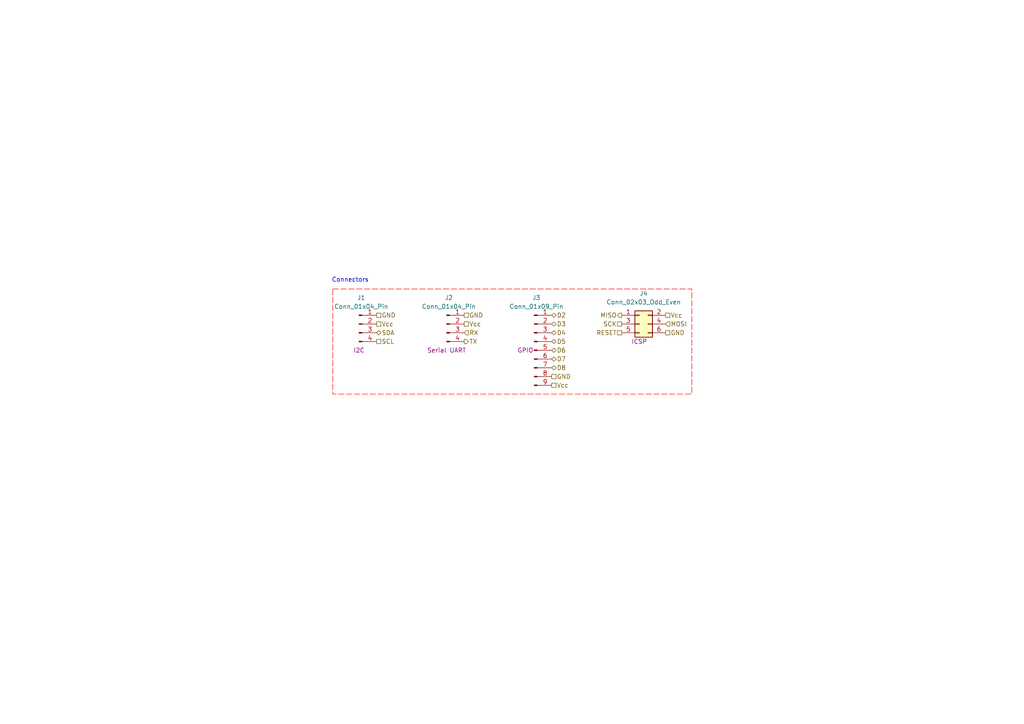
<source format=kicad_sch>
(kicad_sch
	(version 20250114)
	(generator "eeschema")
	(generator_version "9.0")
	(uuid "04cb178f-2fdb-4b2b-b5d6-e9fe41649eda")
	(paper "A4")
	(lib_symbols
		(symbol "Connector:Conn_01x04_Pin"
			(pin_names
				(offset 1.016)
				(hide yes)
			)
			(exclude_from_sim no)
			(in_bom yes)
			(on_board yes)
			(property "Reference" "J"
				(at 0 5.08 0)
				(effects
					(font
						(size 1.27 1.27)
					)
				)
			)
			(property "Value" "Conn_01x04_Pin"
				(at 0 -7.62 0)
				(effects
					(font
						(size 1.27 1.27)
					)
				)
			)
			(property "Footprint" ""
				(at 0 0 0)
				(effects
					(font
						(size 1.27 1.27)
					)
					(hide yes)
				)
			)
			(property "Datasheet" "~"
				(at 0 0 0)
				(effects
					(font
						(size 1.27 1.27)
					)
					(hide yes)
				)
			)
			(property "Description" "Generic connector, single row, 01x04, script generated"
				(at 0 0 0)
				(effects
					(font
						(size 1.27 1.27)
					)
					(hide yes)
				)
			)
			(property "ki_locked" ""
				(at 0 0 0)
				(effects
					(font
						(size 1.27 1.27)
					)
				)
			)
			(property "ki_keywords" "connector"
				(at 0 0 0)
				(effects
					(font
						(size 1.27 1.27)
					)
					(hide yes)
				)
			)
			(property "ki_fp_filters" "Connector*:*_1x??_*"
				(at 0 0 0)
				(effects
					(font
						(size 1.27 1.27)
					)
					(hide yes)
				)
			)
			(symbol "Conn_01x04_Pin_1_1"
				(rectangle
					(start 0.8636 2.667)
					(end 0 2.413)
					(stroke
						(width 0.1524)
						(type default)
					)
					(fill
						(type outline)
					)
				)
				(rectangle
					(start 0.8636 0.127)
					(end 0 -0.127)
					(stroke
						(width 0.1524)
						(type default)
					)
					(fill
						(type outline)
					)
				)
				(rectangle
					(start 0.8636 -2.413)
					(end 0 -2.667)
					(stroke
						(width 0.1524)
						(type default)
					)
					(fill
						(type outline)
					)
				)
				(rectangle
					(start 0.8636 -4.953)
					(end 0 -5.207)
					(stroke
						(width 0.1524)
						(type default)
					)
					(fill
						(type outline)
					)
				)
				(polyline
					(pts
						(xy 1.27 2.54) (xy 0.8636 2.54)
					)
					(stroke
						(width 0.1524)
						(type default)
					)
					(fill
						(type none)
					)
				)
				(polyline
					(pts
						(xy 1.27 0) (xy 0.8636 0)
					)
					(stroke
						(width 0.1524)
						(type default)
					)
					(fill
						(type none)
					)
				)
				(polyline
					(pts
						(xy 1.27 -2.54) (xy 0.8636 -2.54)
					)
					(stroke
						(width 0.1524)
						(type default)
					)
					(fill
						(type none)
					)
				)
				(polyline
					(pts
						(xy 1.27 -5.08) (xy 0.8636 -5.08)
					)
					(stroke
						(width 0.1524)
						(type default)
					)
					(fill
						(type none)
					)
				)
				(pin passive line
					(at 5.08 2.54 180)
					(length 3.81)
					(name "Pin_1"
						(effects
							(font
								(size 1.27 1.27)
							)
						)
					)
					(number "1"
						(effects
							(font
								(size 1.27 1.27)
							)
						)
					)
				)
				(pin passive line
					(at 5.08 0 180)
					(length 3.81)
					(name "Pin_2"
						(effects
							(font
								(size 1.27 1.27)
							)
						)
					)
					(number "2"
						(effects
							(font
								(size 1.27 1.27)
							)
						)
					)
				)
				(pin passive line
					(at 5.08 -2.54 180)
					(length 3.81)
					(name "Pin_3"
						(effects
							(font
								(size 1.27 1.27)
							)
						)
					)
					(number "3"
						(effects
							(font
								(size 1.27 1.27)
							)
						)
					)
				)
				(pin passive line
					(at 5.08 -5.08 180)
					(length 3.81)
					(name "Pin_4"
						(effects
							(font
								(size 1.27 1.27)
							)
						)
					)
					(number "4"
						(effects
							(font
								(size 1.27 1.27)
							)
						)
					)
				)
			)
			(embedded_fonts no)
		)
		(symbol "Connector:Conn_01x09_Pin"
			(pin_names
				(offset 1.016)
				(hide yes)
			)
			(exclude_from_sim no)
			(in_bom yes)
			(on_board yes)
			(property "Reference" "J"
				(at 0 12.7 0)
				(effects
					(font
						(size 1.27 1.27)
					)
				)
			)
			(property "Value" "Conn_01x09_Pin"
				(at 0 -12.7 0)
				(effects
					(font
						(size 1.27 1.27)
					)
				)
			)
			(property "Footprint" ""
				(at 0 0 0)
				(effects
					(font
						(size 1.27 1.27)
					)
					(hide yes)
				)
			)
			(property "Datasheet" "~"
				(at 0 0 0)
				(effects
					(font
						(size 1.27 1.27)
					)
					(hide yes)
				)
			)
			(property "Description" "Generic connector, single row, 01x09, script generated"
				(at 0 0 0)
				(effects
					(font
						(size 1.27 1.27)
					)
					(hide yes)
				)
			)
			(property "ki_locked" ""
				(at 0 0 0)
				(effects
					(font
						(size 1.27 1.27)
					)
				)
			)
			(property "ki_keywords" "connector"
				(at 0 0 0)
				(effects
					(font
						(size 1.27 1.27)
					)
					(hide yes)
				)
			)
			(property "ki_fp_filters" "Connector*:*_1x??_*"
				(at 0 0 0)
				(effects
					(font
						(size 1.27 1.27)
					)
					(hide yes)
				)
			)
			(symbol "Conn_01x09_Pin_1_1"
				(rectangle
					(start 0.8636 10.287)
					(end 0 10.033)
					(stroke
						(width 0.1524)
						(type default)
					)
					(fill
						(type outline)
					)
				)
				(rectangle
					(start 0.8636 7.747)
					(end 0 7.493)
					(stroke
						(width 0.1524)
						(type default)
					)
					(fill
						(type outline)
					)
				)
				(rectangle
					(start 0.8636 5.207)
					(end 0 4.953)
					(stroke
						(width 0.1524)
						(type default)
					)
					(fill
						(type outline)
					)
				)
				(rectangle
					(start 0.8636 2.667)
					(end 0 2.413)
					(stroke
						(width 0.1524)
						(type default)
					)
					(fill
						(type outline)
					)
				)
				(rectangle
					(start 0.8636 0.127)
					(end 0 -0.127)
					(stroke
						(width 0.1524)
						(type default)
					)
					(fill
						(type outline)
					)
				)
				(rectangle
					(start 0.8636 -2.413)
					(end 0 -2.667)
					(stroke
						(width 0.1524)
						(type default)
					)
					(fill
						(type outline)
					)
				)
				(rectangle
					(start 0.8636 -4.953)
					(end 0 -5.207)
					(stroke
						(width 0.1524)
						(type default)
					)
					(fill
						(type outline)
					)
				)
				(rectangle
					(start 0.8636 -7.493)
					(end 0 -7.747)
					(stroke
						(width 0.1524)
						(type default)
					)
					(fill
						(type outline)
					)
				)
				(rectangle
					(start 0.8636 -10.033)
					(end 0 -10.287)
					(stroke
						(width 0.1524)
						(type default)
					)
					(fill
						(type outline)
					)
				)
				(polyline
					(pts
						(xy 1.27 10.16) (xy 0.8636 10.16)
					)
					(stroke
						(width 0.1524)
						(type default)
					)
					(fill
						(type none)
					)
				)
				(polyline
					(pts
						(xy 1.27 7.62) (xy 0.8636 7.62)
					)
					(stroke
						(width 0.1524)
						(type default)
					)
					(fill
						(type none)
					)
				)
				(polyline
					(pts
						(xy 1.27 5.08) (xy 0.8636 5.08)
					)
					(stroke
						(width 0.1524)
						(type default)
					)
					(fill
						(type none)
					)
				)
				(polyline
					(pts
						(xy 1.27 2.54) (xy 0.8636 2.54)
					)
					(stroke
						(width 0.1524)
						(type default)
					)
					(fill
						(type none)
					)
				)
				(polyline
					(pts
						(xy 1.27 0) (xy 0.8636 0)
					)
					(stroke
						(width 0.1524)
						(type default)
					)
					(fill
						(type none)
					)
				)
				(polyline
					(pts
						(xy 1.27 -2.54) (xy 0.8636 -2.54)
					)
					(stroke
						(width 0.1524)
						(type default)
					)
					(fill
						(type none)
					)
				)
				(polyline
					(pts
						(xy 1.27 -5.08) (xy 0.8636 -5.08)
					)
					(stroke
						(width 0.1524)
						(type default)
					)
					(fill
						(type none)
					)
				)
				(polyline
					(pts
						(xy 1.27 -7.62) (xy 0.8636 -7.62)
					)
					(stroke
						(width 0.1524)
						(type default)
					)
					(fill
						(type none)
					)
				)
				(polyline
					(pts
						(xy 1.27 -10.16) (xy 0.8636 -10.16)
					)
					(stroke
						(width 0.1524)
						(type default)
					)
					(fill
						(type none)
					)
				)
				(pin passive line
					(at 5.08 10.16 180)
					(length 3.81)
					(name "Pin_1"
						(effects
							(font
								(size 1.27 1.27)
							)
						)
					)
					(number "1"
						(effects
							(font
								(size 1.27 1.27)
							)
						)
					)
				)
				(pin passive line
					(at 5.08 7.62 180)
					(length 3.81)
					(name "Pin_2"
						(effects
							(font
								(size 1.27 1.27)
							)
						)
					)
					(number "2"
						(effects
							(font
								(size 1.27 1.27)
							)
						)
					)
				)
				(pin passive line
					(at 5.08 5.08 180)
					(length 3.81)
					(name "Pin_3"
						(effects
							(font
								(size 1.27 1.27)
							)
						)
					)
					(number "3"
						(effects
							(font
								(size 1.27 1.27)
							)
						)
					)
				)
				(pin passive line
					(at 5.08 2.54 180)
					(length 3.81)
					(name "Pin_4"
						(effects
							(font
								(size 1.27 1.27)
							)
						)
					)
					(number "4"
						(effects
							(font
								(size 1.27 1.27)
							)
						)
					)
				)
				(pin passive line
					(at 5.08 0 180)
					(length 3.81)
					(name "Pin_5"
						(effects
							(font
								(size 1.27 1.27)
							)
						)
					)
					(number "5"
						(effects
							(font
								(size 1.27 1.27)
							)
						)
					)
				)
				(pin passive line
					(at 5.08 -2.54 180)
					(length 3.81)
					(name "Pin_6"
						(effects
							(font
								(size 1.27 1.27)
							)
						)
					)
					(number "6"
						(effects
							(font
								(size 1.27 1.27)
							)
						)
					)
				)
				(pin passive line
					(at 5.08 -5.08 180)
					(length 3.81)
					(name "Pin_7"
						(effects
							(font
								(size 1.27 1.27)
							)
						)
					)
					(number "7"
						(effects
							(font
								(size 1.27 1.27)
							)
						)
					)
				)
				(pin passive line
					(at 5.08 -7.62 180)
					(length 3.81)
					(name "Pin_8"
						(effects
							(font
								(size 1.27 1.27)
							)
						)
					)
					(number "8"
						(effects
							(font
								(size 1.27 1.27)
							)
						)
					)
				)
				(pin passive line
					(at 5.08 -10.16 180)
					(length 3.81)
					(name "Pin_9"
						(effects
							(font
								(size 1.27 1.27)
							)
						)
					)
					(number "9"
						(effects
							(font
								(size 1.27 1.27)
							)
						)
					)
				)
			)
			(embedded_fonts no)
		)
		(symbol "Connector_Generic:Conn_02x03_Odd_Even"
			(pin_names
				(offset 1.016)
				(hide yes)
			)
			(exclude_from_sim no)
			(in_bom yes)
			(on_board yes)
			(property "Reference" "J"
				(at 1.27 5.08 0)
				(effects
					(font
						(size 1.27 1.27)
					)
				)
			)
			(property "Value" "Conn_02x03_Odd_Even"
				(at 1.27 -5.08 0)
				(effects
					(font
						(size 1.27 1.27)
					)
				)
			)
			(property "Footprint" ""
				(at 0 0 0)
				(effects
					(font
						(size 1.27 1.27)
					)
					(hide yes)
				)
			)
			(property "Datasheet" "~"
				(at 0 0 0)
				(effects
					(font
						(size 1.27 1.27)
					)
					(hide yes)
				)
			)
			(property "Description" "Generic connector, double row, 02x03, odd/even pin numbering scheme (row 1 odd numbers, row 2 even numbers), script generated (kicad-library-utils/schlib/autogen/connector/)"
				(at 0 0 0)
				(effects
					(font
						(size 1.27 1.27)
					)
					(hide yes)
				)
			)
			(property "ki_keywords" "connector"
				(at 0 0 0)
				(effects
					(font
						(size 1.27 1.27)
					)
					(hide yes)
				)
			)
			(property "ki_fp_filters" "Connector*:*_2x??_*"
				(at 0 0 0)
				(effects
					(font
						(size 1.27 1.27)
					)
					(hide yes)
				)
			)
			(symbol "Conn_02x03_Odd_Even_1_1"
				(rectangle
					(start -1.27 3.81)
					(end 3.81 -3.81)
					(stroke
						(width 0.254)
						(type default)
					)
					(fill
						(type background)
					)
				)
				(rectangle
					(start -1.27 2.667)
					(end 0 2.413)
					(stroke
						(width 0.1524)
						(type default)
					)
					(fill
						(type none)
					)
				)
				(rectangle
					(start -1.27 0.127)
					(end 0 -0.127)
					(stroke
						(width 0.1524)
						(type default)
					)
					(fill
						(type none)
					)
				)
				(rectangle
					(start -1.27 -2.413)
					(end 0 -2.667)
					(stroke
						(width 0.1524)
						(type default)
					)
					(fill
						(type none)
					)
				)
				(rectangle
					(start 3.81 2.667)
					(end 2.54 2.413)
					(stroke
						(width 0.1524)
						(type default)
					)
					(fill
						(type none)
					)
				)
				(rectangle
					(start 3.81 0.127)
					(end 2.54 -0.127)
					(stroke
						(width 0.1524)
						(type default)
					)
					(fill
						(type none)
					)
				)
				(rectangle
					(start 3.81 -2.413)
					(end 2.54 -2.667)
					(stroke
						(width 0.1524)
						(type default)
					)
					(fill
						(type none)
					)
				)
				(pin passive line
					(at -5.08 2.54 0)
					(length 3.81)
					(name "Pin_1"
						(effects
							(font
								(size 1.27 1.27)
							)
						)
					)
					(number "1"
						(effects
							(font
								(size 1.27 1.27)
							)
						)
					)
				)
				(pin passive line
					(at -5.08 0 0)
					(length 3.81)
					(name "Pin_3"
						(effects
							(font
								(size 1.27 1.27)
							)
						)
					)
					(number "3"
						(effects
							(font
								(size 1.27 1.27)
							)
						)
					)
				)
				(pin passive line
					(at -5.08 -2.54 0)
					(length 3.81)
					(name "Pin_5"
						(effects
							(font
								(size 1.27 1.27)
							)
						)
					)
					(number "5"
						(effects
							(font
								(size 1.27 1.27)
							)
						)
					)
				)
				(pin passive line
					(at 7.62 2.54 180)
					(length 3.81)
					(name "Pin_2"
						(effects
							(font
								(size 1.27 1.27)
							)
						)
					)
					(number "2"
						(effects
							(font
								(size 1.27 1.27)
							)
						)
					)
				)
				(pin passive line
					(at 7.62 0 180)
					(length 3.81)
					(name "Pin_4"
						(effects
							(font
								(size 1.27 1.27)
							)
						)
					)
					(number "4"
						(effects
							(font
								(size 1.27 1.27)
							)
						)
					)
				)
				(pin passive line
					(at 7.62 -2.54 180)
					(length 3.81)
					(name "Pin_6"
						(effects
							(font
								(size 1.27 1.27)
							)
						)
					)
					(number "6"
						(effects
							(font
								(size 1.27 1.27)
							)
						)
					)
				)
			)
			(embedded_fonts no)
		)
	)
	(text "Connectors"
		(exclude_from_sim no)
		(at 101.6 81.28 0)
		(effects
			(font
				(size 1.27 1.27)
			)
		)
		(uuid "dda19148-d84a-468a-9b94-5251824dfe44")
	)
	(hierarchical_label "RX"
		(shape input)
		(at 134.62 96.52 0)
		(effects
			(font
				(size 1.27 1.27)
			)
			(justify left)
		)
		(uuid "0ba72f72-5255-42ec-9f72-d4655f834dc9")
	)
	(hierarchical_label "D7"
		(shape bidirectional)
		(at 160.02 104.14 0)
		(effects
			(font
				(size 1.27 1.27)
			)
			(justify left)
		)
		(uuid "1584eab6-a79b-46ea-8f50-b909f3b0ae7d")
	)
	(hierarchical_label "D2"
		(shape bidirectional)
		(at 160.02 91.44 0)
		(effects
			(font
				(size 1.27 1.27)
			)
			(justify left)
		)
		(uuid "17d30005-46c8-461c-b8a8-5bbbc9777399")
	)
	(hierarchical_label "RESET"
		(shape passive)
		(at 180.34 96.52 180)
		(effects
			(font
				(size 1.27 1.27)
			)
			(justify right)
		)
		(uuid "1a642ce9-aab0-47d8-b78f-07fe4dd01439")
	)
	(hierarchical_label "Vcc"
		(shape passive)
		(at 134.62 93.98 0)
		(effects
			(font
				(size 1.27 1.27)
			)
			(justify left)
		)
		(uuid "1c8aa2c1-cc67-44a1-a3ac-4b81fe15e540")
	)
	(hierarchical_label "Vcc"
		(shape passive)
		(at 193.04 91.44 0)
		(effects
			(font
				(size 1.27 1.27)
			)
			(justify left)
		)
		(uuid "1d7aa858-86fc-44c4-bf00-d6dc2973b7aa")
	)
	(hierarchical_label "MOSI"
		(shape input)
		(at 193.04 93.98 0)
		(effects
			(font
				(size 1.27 1.27)
			)
			(justify left)
		)
		(uuid "340ca9ef-66d3-4f65-9539-71b04a8c3909")
	)
	(hierarchical_label "D5"
		(shape bidirectional)
		(at 160.02 99.06 0)
		(effects
			(font
				(size 1.27 1.27)
			)
			(justify left)
		)
		(uuid "4414b3ab-1880-4679-ae5e-854dc24d6b13")
	)
	(hierarchical_label "GND"
		(shape passive)
		(at 134.62 91.44 0)
		(effects
			(font
				(size 1.27 1.27)
			)
			(justify left)
		)
		(uuid "4c45f501-a4ec-471c-b1c5-126ef9419291")
	)
	(hierarchical_label "TX"
		(shape output)
		(at 134.62 99.06 0)
		(effects
			(font
				(size 1.27 1.27)
			)
			(justify left)
		)
		(uuid "53568f2e-7873-4045-98ad-d2a1efa4a50b")
	)
	(hierarchical_label "D4"
		(shape bidirectional)
		(at 160.02 96.52 0)
		(effects
			(font
				(size 1.27 1.27)
			)
			(justify left)
		)
		(uuid "56fb65c7-b84c-417d-9669-50126f01e417")
	)
	(hierarchical_label "MISO"
		(shape output)
		(at 180.34 91.44 180)
		(effects
			(font
				(size 1.27 1.27)
			)
			(justify right)
		)
		(uuid "5ffb27b5-ad7b-418b-b540-acf75e19e58c")
	)
	(hierarchical_label "Vcc"
		(shape passive)
		(at 109.22 93.98 0)
		(effects
			(font
				(size 1.27 1.27)
			)
			(justify left)
		)
		(uuid "68084ffd-d67e-4463-9a93-5c5f0b139d28")
	)
	(hierarchical_label "D8"
		(shape bidirectional)
		(at 160.02 106.68 0)
		(effects
			(font
				(size 1.27 1.27)
			)
			(justify left)
		)
		(uuid "8c6a338f-294b-4836-8f05-c124f626bf8d")
	)
	(hierarchical_label "GND"
		(shape passive)
		(at 193.04 96.52 0)
		(effects
			(font
				(size 1.27 1.27)
			)
			(justify left)
		)
		(uuid "95e5fcb5-fea8-42fc-838d-b190103a39bd")
	)
	(hierarchical_label "GND"
		(shape passive)
		(at 109.22 91.44 0)
		(effects
			(font
				(size 1.27 1.27)
			)
			(justify left)
		)
		(uuid "b0500a87-71f1-4a27-8e70-772eb878f199")
	)
	(hierarchical_label "SCK"
		(shape passive)
		(at 180.34 93.98 180)
		(effects
			(font
				(size 1.27 1.27)
			)
			(justify right)
		)
		(uuid "bd382393-eb91-4fa0-8347-b9dc85eb8765")
	)
	(hierarchical_label "SCL"
		(shape passive)
		(at 109.22 99.06 0)
		(effects
			(font
				(size 1.27 1.27)
			)
			(justify left)
		)
		(uuid "c0cea2e2-61b9-44de-bc8f-e03fb14b9678")
	)
	(hierarchical_label "GND"
		(shape passive)
		(at 160.02 109.22 0)
		(effects
			(font
				(size 1.27 1.27)
			)
			(justify left)
		)
		(uuid "c3997b72-6383-4fa0-9742-cf51ec91f1fc")
	)
	(hierarchical_label "D6"
		(shape bidirectional)
		(at 160.02 101.6 0)
		(effects
			(font
				(size 1.27 1.27)
			)
			(justify left)
		)
		(uuid "c8eb2346-1bb2-4aae-9f58-06567b7582db")
	)
	(hierarchical_label "Vcc"
		(shape passive)
		(at 160.02 111.76 0)
		(effects
			(font
				(size 1.27 1.27)
			)
			(justify left)
		)
		(uuid "d73fb35e-d105-4a3c-b97a-15c5af43127f")
	)
	(hierarchical_label "SDA"
		(shape bidirectional)
		(at 109.22 96.52 0)
		(effects
			(font
				(size 1.27 1.27)
			)
			(justify left)
		)
		(uuid "d8eb62dd-3b92-443a-816c-7b3c0c3db4de")
	)
	(hierarchical_label "D3"
		(shape bidirectional)
		(at 160.02 93.98 0)
		(effects
			(font
				(size 1.27 1.27)
			)
			(justify left)
		)
		(uuid "ffcbd3c7-2d05-4b43-81c0-7b338dfe04ef")
	)
	(rule_area
		(polyline
			(pts
				(xy 96.52 83.82) (xy 200.66 83.82) (xy 200.66 114.3) (xy 96.52 114.3)
			)
			(stroke
				(width 0)
				(type dash)
			)
			(fill
				(type none)
			)
			(uuid dbb9bf2a-2e1f-419c-9604-a49423b27daf)
		)
	)
	(symbol
		(lib_id "Connector:Conn_01x09_Pin")
		(at 154.94 101.6 0)
		(unit 1)
		(exclude_from_sim no)
		(in_bom yes)
		(on_board yes)
		(dnp no)
		(uuid "3a53d705-84a2-44f0-ba1b-bd2cafd40805")
		(property "Reference" "J3"
			(at 155.575 86.36 0)
			(effects
				(font
					(size 1.27 1.27)
				)
			)
		)
		(property "Value" "Conn_01x09_Pin"
			(at 155.575 88.9 0)
			(effects
				(font
					(size 1.27 1.27)
				)
			)
		)
		(property "Footprint" "Connector_PinHeader_2.54mm:PinHeader_1x09_P2.54mm_Vertical"
			(at 154.94 101.6 0)
			(effects
				(font
					(size 1.27 1.27)
				)
				(hide yes)
			)
		)
		(property "Datasheet" "~"
			(at 154.94 101.6 0)
			(effects
				(font
					(size 1.27 1.27)
				)
				(hide yes)
			)
		)
		(property "Description" "Generic connector, single row, 01x09, script generated"
			(at 154.94 101.6 0)
			(effects
				(font
					(size 1.27 1.27)
				)
				(hide yes)
			)
		)
		(property "Purpose" "GPIO"
			(at 152.4 101.6 0)
			(effects
				(font
					(size 1.27 1.27)
				)
			)
		)
		(pin "1"
			(uuid "6c30c63d-c15c-4b4c-b18e-95ba14e34266")
		)
		(pin "2"
			(uuid "84bf6172-80f0-4b1a-9291-50c226a2e9f5")
		)
		(pin "9"
			(uuid "e75572e3-6e63-486a-889d-44c3d2b0a0ea")
		)
		(pin "4"
			(uuid "80ba433d-2b0b-41f0-bf06-4f65faf08f13")
		)
		(pin "6"
			(uuid "c37e0001-9ff6-4d10-bafe-7cbf782e38b9")
		)
		(pin "7"
			(uuid "964d1959-c86a-4f51-bb0e-a64cb68f8bb7")
		)
		(pin "8"
			(uuid "dcf66057-3594-45b0-8919-ddd87e3fbbb9")
		)
		(pin "3"
			(uuid "66444852-f6fb-40fc-b245-b5dbc881c13c")
		)
		(pin "5"
			(uuid "5c9aff49-8e8b-4b6c-8a4a-bb4e70a46d1b")
		)
		(instances
			(project "MCU Datalogger"
				(path "/19a27ba3-b273-42f4-b520-5672b9fc4c35/931e89ce-8fce-44d2-8962-15c8f6c206ef"
					(reference "J3")
					(unit 1)
				)
			)
		)
	)
	(symbol
		(lib_id "Connector:Conn_01x04_Pin")
		(at 104.14 93.98 0)
		(unit 1)
		(exclude_from_sim no)
		(in_bom yes)
		(on_board yes)
		(dnp no)
		(uuid "3c91fcce-9a11-4545-8c2f-1970f40b595c")
		(property "Reference" "J1"
			(at 104.775 86.36 0)
			(effects
				(font
					(size 1.27 1.27)
				)
			)
		)
		(property "Value" "Conn_01x04_Pin"
			(at 104.775 88.9 0)
			(effects
				(font
					(size 1.27 1.27)
				)
			)
		)
		(property "Footprint" "Connector_PinHeader_2.54mm:PinHeader_1x04_P2.54mm_Vertical"
			(at 104.14 93.98 0)
			(effects
				(font
					(size 1.27 1.27)
				)
				(hide yes)
			)
		)
		(property "Datasheet" "~"
			(at 104.14 93.98 0)
			(effects
				(font
					(size 1.27 1.27)
				)
				(hide yes)
			)
		)
		(property "Description" "Generic connector, single row, 01x04, script generated"
			(at 104.14 93.98 0)
			(effects
				(font
					(size 1.27 1.27)
				)
				(hide yes)
			)
		)
		(property "Purpose" "I2C"
			(at 104.14 101.6 0)
			(effects
				(font
					(size 1.27 1.27)
				)
			)
		)
		(pin "3"
			(uuid "aa57a4cf-9777-49e4-b448-ebf637d622f9")
		)
		(pin "2"
			(uuid "724e54f2-5b14-4322-9fe4-30c377f44a18")
		)
		(pin "4"
			(uuid "727789e3-2d3d-4bfa-9e17-c2cc85b28b34")
		)
		(pin "1"
			(uuid "ddbcb8b3-efb5-4783-bd4f-6b43fe92bdc7")
		)
		(instances
			(project "MCU Datalogger"
				(path "/19a27ba3-b273-42f4-b520-5672b9fc4c35/931e89ce-8fce-44d2-8962-15c8f6c206ef"
					(reference "J1")
					(unit 1)
				)
			)
		)
	)
	(symbol
		(lib_id "Connector:Conn_01x04_Pin")
		(at 129.54 93.98 0)
		(unit 1)
		(exclude_from_sim no)
		(in_bom yes)
		(on_board yes)
		(dnp no)
		(uuid "aafaffcf-0d06-4b62-8e28-4b8deb029a8e")
		(property "Reference" "J2"
			(at 130.175 86.36 0)
			(effects
				(font
					(size 1.27 1.27)
				)
			)
		)
		(property "Value" "Conn_01x04_Pin"
			(at 130.175 88.9 0)
			(effects
				(font
					(size 1.27 1.27)
				)
			)
		)
		(property "Footprint" "Connector_PinHeader_2.54mm:PinHeader_1x04_P2.54mm_Vertical"
			(at 129.54 93.98 0)
			(effects
				(font
					(size 1.27 1.27)
				)
				(hide yes)
			)
		)
		(property "Datasheet" "~"
			(at 129.54 93.98 0)
			(effects
				(font
					(size 1.27 1.27)
				)
				(hide yes)
			)
		)
		(property "Description" "Generic connector, single row, 01x04, script generated"
			(at 129.54 93.98 0)
			(effects
				(font
					(size 1.27 1.27)
				)
				(hide yes)
			)
		)
		(property "Purpose" "Serial UART"
			(at 129.54 101.6 0)
			(effects
				(font
					(size 1.27 1.27)
				)
			)
		)
		(pin "4"
			(uuid "127fa04f-4248-45da-b406-858a3d2c83a9")
		)
		(pin "1"
			(uuid "8d4e74bb-76e9-47c7-986c-3d4bb4b8cea0")
		)
		(pin "3"
			(uuid "87c7b5f6-ac0f-4526-929a-76da5ce707f9")
		)
		(pin "2"
			(uuid "6ccf058b-d480-4e7a-8c24-1524c7a19fb3")
		)
		(instances
			(project "MCU Datalogger"
				(path "/19a27ba3-b273-42f4-b520-5672b9fc4c35/931e89ce-8fce-44d2-8962-15c8f6c206ef"
					(reference "J2")
					(unit 1)
				)
			)
		)
	)
	(symbol
		(lib_id "Connector_Generic:Conn_02x03_Odd_Even")
		(at 185.42 93.98 0)
		(unit 1)
		(exclude_from_sim no)
		(in_bom yes)
		(on_board yes)
		(dnp no)
		(uuid "f45d6222-1cdb-40c8-a0bf-c59f02ed622e")
		(property "Reference" "J4"
			(at 186.69 85.09 0)
			(effects
				(font
					(size 1.27 1.27)
				)
			)
		)
		(property "Value" "Conn_02x03_Odd_Even"
			(at 186.69 87.63 0)
			(effects
				(font
					(size 1.27 1.27)
				)
			)
		)
		(property "Footprint" "Connector_PinHeader_2.54mm:PinHeader_2x03_P2.54mm_Vertical"
			(at 185.42 93.98 0)
			(effects
				(font
					(size 1.27 1.27)
				)
				(hide yes)
			)
		)
		(property "Datasheet" "~"
			(at 185.42 93.98 0)
			(effects
				(font
					(size 1.27 1.27)
				)
				(hide yes)
			)
		)
		(property "Description" "Generic connector, double row, 02x03, odd/even pin numbering scheme (row 1 odd numbers, row 2 even numbers), script generated (kicad-library-utils/schlib/autogen/connector/)"
			(at 185.42 93.98 0)
			(effects
				(font
					(size 1.27 1.27)
				)
				(hide yes)
			)
		)
		(property "Purpose" "ICSP"
			(at 185.42 99.06 0)
			(effects
				(font
					(size 1.27 1.27)
				)
			)
		)
		(pin "3"
			(uuid "07177f56-7f69-4aa4-a061-ef9e93602bb2")
		)
		(pin "6"
			(uuid "af0fb93d-875b-4fab-930c-4076f360122a")
		)
		(pin "4"
			(uuid "35abd205-7941-4daf-986f-5953740309be")
		)
		(pin "2"
			(uuid "2d71437a-4c0b-4805-81c2-d53ab246ad66")
		)
		(pin "5"
			(uuid "409b52fd-f76b-46fe-a959-282854099141")
		)
		(pin "1"
			(uuid "af5776ba-9160-4460-8a84-49c8e6bb3ecc")
		)
		(instances
			(project "MCU Datalogger"
				(path "/19a27ba3-b273-42f4-b520-5672b9fc4c35/931e89ce-8fce-44d2-8962-15c8f6c206ef"
					(reference "J4")
					(unit 1)
				)
			)
		)
	)
)

</source>
